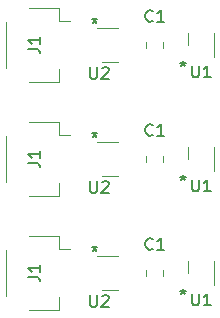
<source format=gto>
G04 #@! TF.GenerationSoftware,KiCad,Pcbnew,6.0.2+dfsg-1*
G04 #@! TF.CreationDate,2023-06-21T21:46:00-06:00*
G04 #@! TF.ProjectId,i2c-wxsns-array,6932632d-7778-4736-9e73-2d6172726179,rev?*
G04 #@! TF.SameCoordinates,Original*
G04 #@! TF.FileFunction,Legend,Top*
G04 #@! TF.FilePolarity,Positive*
%FSLAX46Y46*%
G04 Gerber Fmt 4.6, Leading zero omitted, Abs format (unit mm)*
G04 Created by KiCad (PCBNEW 6.0.2+dfsg-1) date 2023-06-21 21:46:00*
%MOMM*%
%LPD*%
G01*
G04 APERTURE LIST*
%ADD10C,0.150000*%
%ADD11C,0.120000*%
G04 APERTURE END LIST*
D10*
X49417000Y-23850380D02*
X49417000Y-24088476D01*
X49178904Y-23993238D02*
X49417000Y-24088476D01*
X49655095Y-23993238D01*
X49274142Y-24278952D02*
X49417000Y-24088476D01*
X49559857Y-24278952D01*
X49417000Y-33502380D02*
X49417000Y-33740476D01*
X49178904Y-33645238D02*
X49417000Y-33740476D01*
X49655095Y-33645238D01*
X49274142Y-33930952D02*
X49417000Y-33740476D01*
X49559857Y-33930952D01*
X49417000Y-43154380D02*
X49417000Y-43392476D01*
X49178904Y-43297238D02*
X49417000Y-43392476D01*
X49655095Y-43297238D01*
X49274142Y-43582952D02*
X49417000Y-43392476D01*
X49559857Y-43582952D01*
X56910000Y-27533380D02*
X56910000Y-27771476D01*
X56671904Y-27676238D02*
X56910000Y-27771476D01*
X57148095Y-27676238D01*
X56767142Y-27961952D02*
X56910000Y-27771476D01*
X57052857Y-27961952D01*
X56910000Y-37185380D02*
X56910000Y-37423476D01*
X56671904Y-37328238D02*
X56910000Y-37423476D01*
X57148095Y-37328238D01*
X56767142Y-37613952D02*
X56910000Y-37423476D01*
X57052857Y-37613952D01*
X56910000Y-46837380D02*
X56910000Y-47075476D01*
X56671904Y-46980238D02*
X56910000Y-47075476D01*
X57148095Y-46980238D01*
X56767142Y-47265952D02*
X56910000Y-47075476D01*
X57052857Y-47265952D01*
X49036095Y-28037380D02*
X49036095Y-28846904D01*
X49083714Y-28942142D01*
X49131333Y-28989761D01*
X49226571Y-29037380D01*
X49417047Y-29037380D01*
X49512285Y-28989761D01*
X49559904Y-28942142D01*
X49607523Y-28846904D01*
X49607523Y-28037380D01*
X50036095Y-28132619D02*
X50083714Y-28085000D01*
X50178952Y-28037380D01*
X50417047Y-28037380D01*
X50512285Y-28085000D01*
X50559904Y-28132619D01*
X50607523Y-28227857D01*
X50607523Y-28323095D01*
X50559904Y-28465952D01*
X49988476Y-29037380D01*
X50607523Y-29037380D01*
X43789380Y-26509333D02*
X44503666Y-26509333D01*
X44646523Y-26556952D01*
X44741761Y-26652190D01*
X44789380Y-26795047D01*
X44789380Y-26890285D01*
X44789380Y-25509333D02*
X44789380Y-26080761D01*
X44789380Y-25795047D02*
X43789380Y-25795047D01*
X43932238Y-25890285D01*
X44027476Y-25985523D01*
X44075095Y-26080761D01*
X57672095Y-47218380D02*
X57672095Y-48027904D01*
X57719714Y-48123142D01*
X57767333Y-48170761D01*
X57862571Y-48218380D01*
X58053047Y-48218380D01*
X58148285Y-48170761D01*
X58195904Y-48123142D01*
X58243523Y-48027904D01*
X58243523Y-47218380D01*
X59243523Y-48218380D02*
X58672095Y-48218380D01*
X58957809Y-48218380D02*
X58957809Y-47218380D01*
X58862571Y-47361238D01*
X58767333Y-47456476D01*
X58672095Y-47504095D01*
X49036095Y-47341380D02*
X49036095Y-48150904D01*
X49083714Y-48246142D01*
X49131333Y-48293761D01*
X49226571Y-48341380D01*
X49417047Y-48341380D01*
X49512285Y-48293761D01*
X49559904Y-48246142D01*
X49607523Y-48150904D01*
X49607523Y-47341380D01*
X50036095Y-47436619D02*
X50083714Y-47389000D01*
X50178952Y-47341380D01*
X50417047Y-47341380D01*
X50512285Y-47389000D01*
X50559904Y-47436619D01*
X50607523Y-47531857D01*
X50607523Y-47627095D01*
X50559904Y-47769952D01*
X49988476Y-48341380D01*
X50607523Y-48341380D01*
X57672095Y-27914380D02*
X57672095Y-28723904D01*
X57719714Y-28819142D01*
X57767333Y-28866761D01*
X57862571Y-28914380D01*
X58053047Y-28914380D01*
X58148285Y-28866761D01*
X58195904Y-28819142D01*
X58243523Y-28723904D01*
X58243523Y-27914380D01*
X59243523Y-28914380D02*
X58672095Y-28914380D01*
X58957809Y-28914380D02*
X58957809Y-27914380D01*
X58862571Y-28057238D01*
X58767333Y-28152476D01*
X58672095Y-28200095D01*
X54330333Y-24120142D02*
X54282714Y-24167761D01*
X54139857Y-24215380D01*
X54044619Y-24215380D01*
X53901761Y-24167761D01*
X53806523Y-24072523D01*
X53758904Y-23977285D01*
X53711285Y-23786809D01*
X53711285Y-23643952D01*
X53758904Y-23453476D01*
X53806523Y-23358238D01*
X53901761Y-23263000D01*
X54044619Y-23215380D01*
X54139857Y-23215380D01*
X54282714Y-23263000D01*
X54330333Y-23310619D01*
X55282714Y-24215380D02*
X54711285Y-24215380D01*
X54997000Y-24215380D02*
X54997000Y-23215380D01*
X54901761Y-23358238D01*
X54806523Y-23453476D01*
X54711285Y-23501095D01*
X57672095Y-37566380D02*
X57672095Y-38375904D01*
X57719714Y-38471142D01*
X57767333Y-38518761D01*
X57862571Y-38566380D01*
X58053047Y-38566380D01*
X58148285Y-38518761D01*
X58195904Y-38471142D01*
X58243523Y-38375904D01*
X58243523Y-37566380D01*
X59243523Y-38566380D02*
X58672095Y-38566380D01*
X58957809Y-38566380D02*
X58957809Y-37566380D01*
X58862571Y-37709238D01*
X58767333Y-37804476D01*
X58672095Y-37852095D01*
X54330333Y-33772142D02*
X54282714Y-33819761D01*
X54139857Y-33867380D01*
X54044619Y-33867380D01*
X53901761Y-33819761D01*
X53806523Y-33724523D01*
X53758904Y-33629285D01*
X53711285Y-33438809D01*
X53711285Y-33295952D01*
X53758904Y-33105476D01*
X53806523Y-33010238D01*
X53901761Y-32915000D01*
X54044619Y-32867380D01*
X54139857Y-32867380D01*
X54282714Y-32915000D01*
X54330333Y-32962619D01*
X55282714Y-33867380D02*
X54711285Y-33867380D01*
X54997000Y-33867380D02*
X54997000Y-32867380D01*
X54901761Y-33010238D01*
X54806523Y-33105476D01*
X54711285Y-33153095D01*
X43789380Y-45813333D02*
X44503666Y-45813333D01*
X44646523Y-45860952D01*
X44741761Y-45956190D01*
X44789380Y-46099047D01*
X44789380Y-46194285D01*
X44789380Y-44813333D02*
X44789380Y-45384761D01*
X44789380Y-45099047D02*
X43789380Y-45099047D01*
X43932238Y-45194285D01*
X44027476Y-45289523D01*
X44075095Y-45384761D01*
X43789380Y-36161333D02*
X44503666Y-36161333D01*
X44646523Y-36208952D01*
X44741761Y-36304190D01*
X44789380Y-36447047D01*
X44789380Y-36542285D01*
X44789380Y-35161333D02*
X44789380Y-35732761D01*
X44789380Y-35447047D02*
X43789380Y-35447047D01*
X43932238Y-35542285D01*
X44027476Y-35637523D01*
X44075095Y-35732761D01*
X54330333Y-43424142D02*
X54282714Y-43471761D01*
X54139857Y-43519380D01*
X54044619Y-43519380D01*
X53901761Y-43471761D01*
X53806523Y-43376523D01*
X53758904Y-43281285D01*
X53711285Y-43090809D01*
X53711285Y-42947952D01*
X53758904Y-42757476D01*
X53806523Y-42662238D01*
X53901761Y-42567000D01*
X54044619Y-42519380D01*
X54139857Y-42519380D01*
X54282714Y-42567000D01*
X54330333Y-42614619D01*
X55282714Y-43519380D02*
X54711285Y-43519380D01*
X54997000Y-43519380D02*
X54997000Y-42519380D01*
X54901761Y-42662238D01*
X54806523Y-42757476D01*
X54711285Y-42805095D01*
X49036095Y-37689380D02*
X49036095Y-38498904D01*
X49083714Y-38594142D01*
X49131333Y-38641761D01*
X49226571Y-38689380D01*
X49417047Y-38689380D01*
X49512285Y-38641761D01*
X49559904Y-38594142D01*
X49607523Y-38498904D01*
X49607523Y-37689380D01*
X50036095Y-37784619D02*
X50083714Y-37737000D01*
X50178952Y-37689380D01*
X50417047Y-37689380D01*
X50512285Y-37737000D01*
X50559904Y-37784619D01*
X50607523Y-37879857D01*
X50607523Y-37975095D01*
X50559904Y-38117952D01*
X49988476Y-38689380D01*
X50607523Y-38689380D01*
D11*
X49629000Y-24762000D02*
X51369000Y-24762000D01*
X50069000Y-27582000D02*
X51369000Y-27582000D01*
X43876000Y-29286000D02*
X46376000Y-29286000D01*
X46376000Y-23066000D02*
X46376000Y-24116000D01*
X46376000Y-24116000D02*
X47366000Y-24116000D01*
X46376000Y-29286000D02*
X46376000Y-28236000D01*
X43876000Y-23066000D02*
X46376000Y-23066000D01*
X41906000Y-24236000D02*
X41906000Y-28116000D01*
X59544000Y-46476000D02*
X59544000Y-44476000D01*
X57324000Y-45476000D02*
X57324000Y-44476000D01*
X49629000Y-44066000D02*
X51369000Y-44066000D01*
X50069000Y-46886000D02*
X51369000Y-46886000D01*
X59544000Y-27172000D02*
X59544000Y-25172000D01*
X57324000Y-26172000D02*
X57324000Y-25172000D01*
X53762000Y-26433252D02*
X53762000Y-25910748D01*
X55232000Y-26433252D02*
X55232000Y-25910748D01*
X57324000Y-35824000D02*
X57324000Y-34824000D01*
X59544000Y-36824000D02*
X59544000Y-34824000D01*
X55232000Y-36085252D02*
X55232000Y-35562748D01*
X53762000Y-36085252D02*
X53762000Y-35562748D01*
X46376000Y-42370000D02*
X46376000Y-43420000D01*
X41906000Y-43540000D02*
X41906000Y-47420000D01*
X46376000Y-48590000D02*
X46376000Y-47540000D01*
X43876000Y-48590000D02*
X46376000Y-48590000D01*
X43876000Y-42370000D02*
X46376000Y-42370000D01*
X46376000Y-43420000D02*
X47366000Y-43420000D01*
X46376000Y-33768000D02*
X47366000Y-33768000D01*
X46376000Y-38938000D02*
X46376000Y-37888000D01*
X46376000Y-32718000D02*
X46376000Y-33768000D01*
X41906000Y-33888000D02*
X41906000Y-37768000D01*
X43876000Y-32718000D02*
X46376000Y-32718000D01*
X43876000Y-38938000D02*
X46376000Y-38938000D01*
X53762000Y-45737252D02*
X53762000Y-45214748D01*
X55232000Y-45737252D02*
X55232000Y-45214748D01*
X50069000Y-37234000D02*
X51369000Y-37234000D01*
X49629000Y-34414000D02*
X51369000Y-34414000D01*
M02*

</source>
